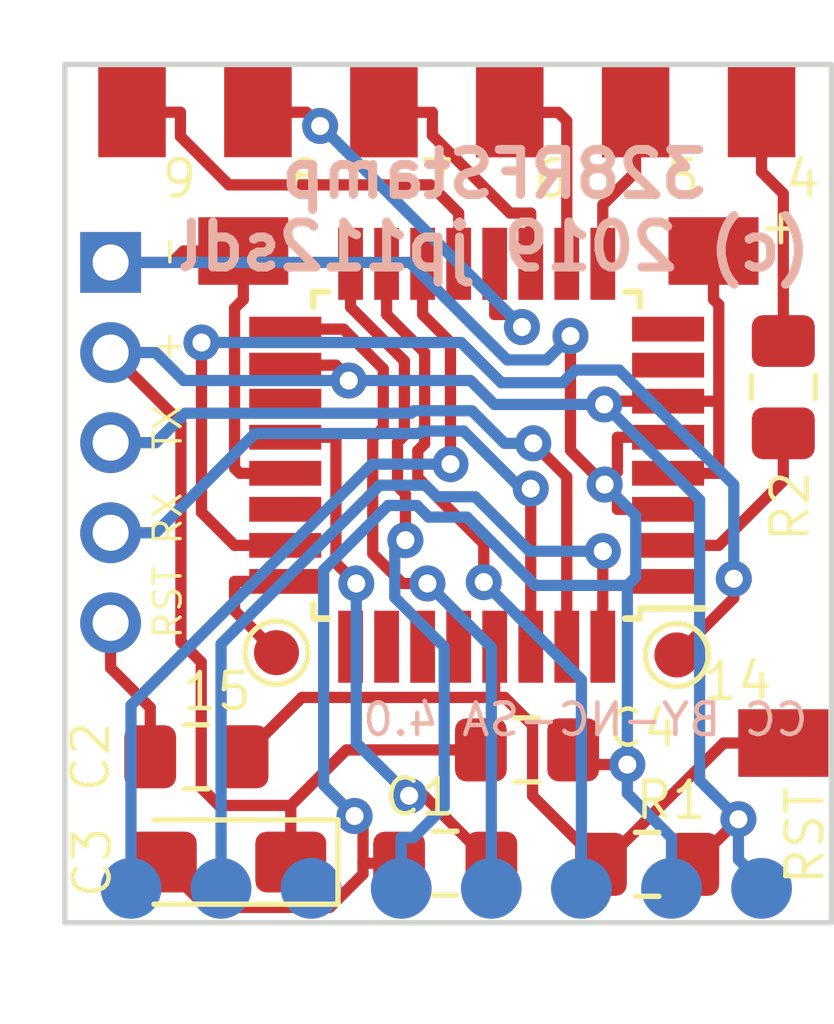
<source format=kicad_pcb>
(kicad_pcb (version 20211014) (generator pcbnew)
  (layers (0 "F.Cu" signal) (31 "B.Cu" signal) (34 "B.Paste" user) (35 "F.Paste" user) (36 "B.SilkS" user "B.Silkscreen") (37 "F.SilkS" user "F.Silkscreen") (38 "B.Mask" user) (39 "F.Mask" user) (44 "Edge.Cuts" user))
  (net 0 "")
  (net 1 "Net-(C1-Pad1)")
  (net 2 "GND")
  (net 3 "Net-(C2-Pad1)")
  (net 4 "Net-(C2-Pad2)")
  (net 5 "/CS")
  (net 6 "/GDO0")
  (net 7 "Net-(IC1-Pad6)")
  (net 8 "/MISO")
  (net 9 "/SCK")
  (net 10 "/MOSI")
  (net 11 "+3V3")
  (net 12 "Net-(J1-Pad1)")
  (net 13 "Net-(J2-Pad1)")
  (net 14 "Net-(J3-Pad1)")
  (net 15 "Net-(J4-Pad1)")
  (net 16 "Net-(J5-Pad1)")
  (net 17 "Net-(J6-Pad1)")
  (net 18 "/RX")
  (net 19 "/TX")
  (net 20 "Net-(R2-Pad2)")
  (net 21 "Net-(U1-Pad28)")
  (net 22 "Net-(U1-Pad27)")
  (net 23 "Net-(U1-Pad22)")
  (net 24 "Net-(U1-Pad19)")
  (net 25 "Net-(U1-Pad8)")
  (net 26 "Net-(U1-Pad7)")
  (net 27 "Net-(U1-Pad1)")
  (net 28 "Net-(J11-Pad1)")
  (net 29 "Net-(J13-Pad1)")
  (net 30 "Net-(U1-Pad26)")
  (net 31 "Net-(U1-Pad25)")
  (footprint "TestPoint:TestPoint_Pad_D1.5mm" (layer "F.Cu") (at 50.7746 45.7708)
    (fp_text reference "J1" hide)
    (fp_text value "5" (at 1.0414 1.2192) (layer "F.SilkS") (effects (font (size 0.8 0.8) (thickness 0.1))))
    (pad "1" smd rect locked (at -0.00254 -0.25908) (size 1.5 2) (layers "F.Cu" "F.Mask") (net 12 "Net-(J1-Pad1)"))
  )
  (footprint "TestPoint:TestPoint_Pad_D1.5mm" (layer "F.Cu") (at 45.1866 45.7708)
    (fp_text reference "J2" hide)
    (fp_text value "7" (at 1.1684 1.2192) (layer "F.SilkS") (effects (font (size 0.8 0.8) (thickness 0.1))))
    (pad "1" smd rect locked (at -0.00254 -0.25908) (size 1.5 2) (layers "F.Cu" "F.Mask") (net 13 "Net-(J2-Pad1)"))
  )
  (footprint "TestPoint:TestPoint_Pad_D1.5mm" (layer "F.Cu") (at 42.3926 45.7708)
    (fp_text reference "J3" hide)
    (fp_text value "8" (at 1.0414 1.2192) (layer "F.SilkS") (effects (font (size 0.8 0.8) (thickness 0.1))))
    (pad "1" smd rect locked (at -0.00508 -0.26162) (size 1.5 2) (layers "F.Cu" "F.Mask") (net 14 "Net-(J3-Pad1)"))
  )
  (footprint "TestPoint:TestPoint_Pad_D1.5mm" (layer "F.Cu") (at 47.9806 45.7708)
    (fp_text reference "J6" hide)
    (fp_text value "6" (at 0.9144 1.2192) (layer "F.SilkS") (effects (font (size 0.8 0.8) (thickness 0.1))))
    (pad "1" smd rect locked (at -0.00254 -0.25908) (size 1.5 2) (layers "F.Cu" "F.Mask") (net 17 "Net-(J6-Pad1)"))
  )
  (footprint "TestPoint:TestPoint_Pad_D1.5mm" (layer "F.Cu") (at 53.848 59.182)
    (fp_text reference "J10" hide)
    (fp_text value "RST" (at 0.6858 2.3876 90) (layer "F.SilkS") (effects (font (size 0.8 0.8) (thickness 0.1))))
    (pad "1" smd rect locked (at 0.2032 0.3302 90) (size 1.5 2) (layers "F.Cu" "F.Mask") (net 3 "Net-(C2-Pad1)"))
  )
  (footprint "Package_QFP:TQFP-32_7x7mm_P0.8mm" (layer "F.Cu") (at 47.244 53.1241 180)
    (fp_text reference "U1" hide)
    (fp_text value "ATmega328P-AU")
    (fp_line (start -3.625 3.625) (end -3.625 3.3) (layer "F.SilkS") (width 0.15))
    (fp_line (start -3.625 -3.4) (end -5.05 -3.4) (layer "F.SilkS") (width 0.15))
    (fp_line (start -3.625 -3.625) (end -3.3 -3.625) (layer "F.SilkS") (width 0.15))
    (fp_line (start 3.625 -3.625) (end 3.3 -3.625) (layer "F.SilkS") (width 0.15))
    (fp_line (start 3.625 -3.625) (end 3.625 -3.3) (layer "F.SilkS") (width 0.15))
    (fp_line (start -3.625 -3.625) (end -3.625 -3.4) (layer "F.SilkS") (width 0.15))
    (fp_line (start 3.625 3.625) (end 3.3 3.625) (layer "F.SilkS") (width 0.15))
    (fp_line (start 3.625 3.625) (end 3.625 3.3) (layer "F.SilkS") (width 0.15))
    (fp_line (start -3.625 3.625) (end -3.3 3.625) (layer "F.SilkS") (width 0.15))
    (pad "1" smd rect locked (at -4.25 -2.8 180) (size 1.6 0.55) (layers "F.Cu" "F.Paste" "F.Mask") (net 27 "Net-(U1-Pad1)"))
    (pad "2" smd rect locked (at -4.25 -2 180) (size 1.6 0.55) (layers "F.Cu" "F.Paste" "F.Mask") (net 20 "Net-(R2-Pad2)"))
    (pad "3" smd rect locked (at -4.25 -1.2 180) (size 1.6 0.55) (layers "F.Cu" "F.Paste" "F.Mask") (net 2 "GND"))
    (pad "4" smd rect locked (at -4.25 -0.4 180) (size 1.6 0.55) (layers "F.Cu" "F.Paste" "F.Mask") (net 11 "+3V3"))
    (pad "5" smd rect locked (at -4.25 0.4 180) (size 1.6 0.55) (layers "F.Cu" "F.Paste" "F.Mask") (net 2 "GND"))
    (pad "6" smd rect locked (at -4.25 1.2 180) (size 1.6 0.55) (layers "F.Cu" "F.Paste" "F.Mask") (net 11 "+3V3"))
    (pad "7" smd rect locked (at -4.25 2 180) (size 1.6 0.55) (layers "F.Cu" "F.Paste" "F.Mask") (net 26 "Net-(U1-Pad7)"))
    (pad "8" smd rect locked (at -4.25 2.8 180) (size 1.6 0.55) (layers "F.Cu" "F.Paste" "F.Mask") (net 25 "Net-(U1-Pad8)"))
    (pad "9" smd rect locked (at -2.8 4.25 270) (size 1.6 0.55) (layers "F.Cu" "F.Paste" "F.Mask") (net 12 "Net-(J1-Pad1)"))
    (pad "10" smd rect locked (at -2 4.25 270) (size 1.6 0.55) (layers "F.Cu" "F.Paste" "F.Mask") (net 17 "Net-(J6-Pad1)"))
    (pad "11" smd rect locked (at -1.2 4.25 270) (size 1.6 0.55) (layers "F.Cu" "F.Paste" "F.Mask") (net 13 "Net-(J2-Pad1)"))
    (pad "12" smd rect locked (at -0.4 4.25 270) (size 1.6 0.55) (layers "F.Cu" "F.Paste" "F.Mask") (net 14 "Net-(J3-Pad1)"))
    (pad "13" smd rect locked (at 0.4 4.25 270) (size 1.6 0.55) (layers "F.Cu" "F.Paste" "F.Mask") (net 15 "Net-(J4-Pad1)"))
    (pad "14" smd rect locked (at 1.2 4.25 270) (size 1.6 0.55) (layers "F.Cu" "F.Paste" "F.Mask") (net 5 "/CS"))
    (pad "15" smd rect locked (at 2 4.25 270) (size 1.6 0.55) (layers "F.Cu" "F.Paste" "F.Mask") (net 10 "/MOSI"))
    (pad "16" smd rect locked (at 2.8 4.25 270) (size 1.6 0.55) (layers "F.Cu" "F.Paste" "F.Mask") (net 8 "/MISO"))
    (pad "17" smd rect locked (at 4.25 2.8 180) (size 1.6 0.55) (layers "F.Cu" "F.Paste" "F.Mask") (net 9 "/SCK"))
    (pad "18" smd rect locked (at 4.25 2 180) (size 1.6 0.55) (layers "F.Cu" "F.Paste" "F.Mask") (net 11 "+3V3"))
    (pad "19" smd rect locked (at 4.25 1.2 180) (size 1.6 0.55) (layers "F.Cu" "F.Paste" "F.Mask") (net 24 "Net-(U1-Pad19)"))
    (pad "20" smd rect locked (at 4.25 0.4 180) (size 1.6 0.55) (layers "F.Cu" "F.Paste" "F.Mask") (net 1 "Net-(C1-Pad1)"))
    (pad "21" smd rect locked (at 4.25 -0.4 180) (size 1.6 0.55) (layers "F.Cu" "F.Paste" "F.Mask") (net 2 "GND"))
    (pad "22" smd rect locked (at 4.25 -1.2 180) (size 1.6 0.55) (layers "F.Cu" "F.Paste" "F.Mask") (net 23 "Net-(U1-Pad22)"))
    (pad "23" smd rect locked (at 4.25 -2 180) (size 1.6 0.55) (layers "F.Cu" "F.Paste" "F.Mask") (net 28 "Net-(J11-Pad1)"))
    (pad "24" smd rect locked (at 4.25 -2.8 180) (size 1.6 0.55) (layers "F.Cu" "F.Paste" "F.Mask") (net 29 "Net-(J13-Pad1)"))
    (pad "25" smd rect locked (at 2.8 -4.25 270) (size 1.6 0.55) (layers "F.Cu" "F.Paste" "F.Mask") (net 31 "Net-(U1-Pad25)"))
    (pad "26" smd rect locked (at 2 -4.25 270) (size 1.6 0.55) (layers "F.Cu" "F.Paste" "F.Mask") (net 30 "Net-(U1-Pad26)"))
    (pad "27" smd rect locked (at 1.2 -4.25 270) (size 1.6 0.55) (layers "F.Cu" "F.Paste" "F.Mask") (net 22 "Net-(U1-Pad27)"))
    (pad "28" smd rect locked (at 0.4 -4.25 270) (size 1.6 0.55) (layers "F.Cu" "F.Paste" "F.Mask") (net 21 "Net-(U1-Pad28)"))
    (pad "29" smd rect locked (at -0.4 -4.25 270) (size 1.6 0.55) (layers "F.Cu" "F.Paste" "F.Mask") (net 3 "Net-(C2-Pad1)"))
    (pad "30" smd rect locked (at -1.2 -4.25 270) (size 1.6 0.55) (layers "F.Cu" "F.Paste" "F.Mask") (net 18 "/RX"))
    (pad "31" smd rect locked (at -2 -4.25 270) (size 1.6 0.55) (layers "F.Cu" "F.Paste" "F.Mask") (net 19 "/TX"))
    (pad "32" smd rect locked (at -2.8 -4.25 270) (size 1.6 0.55) (layers "F.Cu" "F.Paste" "F.Mask") (net 6 "/GDO0"))
  )
  (footprint "Connector_PinHeader_2.00mm:PinHeader_1x05_P2.00mm_Vertical" (layer "F.Cu") (at 39.116 48.8442)
    (fp_text reference "J7" hide)
    (fp_text value "FTDI" hide)
    (pad "1" thru_hole rect locked (at 0 0) (size 1.35 1.35) (drill 0.8) (layers *.Cu *.Mask) (net 2 "GND"))
    (pad "2" thru_hole oval locked (at 0 2) (size 1.35 1.35) (drill 0.8) (layers *.Cu *.Mask) (net 11 "+3V3"))
    (pad "3" thru_hole oval locked (at 0 4) (size 1.35 1.35) (drill 0.8) (layers *.Cu *.Mask) (net 19 "/TX"))
    (pad "4" thru_hole oval locked (at 0 6) (size 1.35 1.35) (drill 0.8) (layers *.Cu *.Mask) (net 18 "/RX"))
    (pad "5" thru_hole oval locked (at 0 8) (size 1.35 1.35) (drill 0.8) (layers *.Cu *.Mask) (net 4 "Net-(C2-Pad2)"))
  )
  (footprint "TestPoint:TestPoint_Pad_D1.5mm" (layer "F.Cu") (at 39.5986 45.5168)
    (fp_text reference "J4" hide)
    (fp_text value "9" (at 1.0414 1.4732) (layer "F.SilkS") (effects (font (size 0.8 0.8) (thickness 0.1))))
    (pad "1" smd rect locked (at -0.00762 -0.00762) (size 1.5 2) (layers "F.Cu" "F.Mask") (net 15 "Net-(J4-Pad1)"))
  )
  (footprint "Resistor_SMD:R_0805_2012Metric_Pad1.15x1.40mm_HandSolder" (layer "F.Cu") (at 51.0286 62.2046 180)
    (fp_text reference "R1" (at -0.5334 1.4224) (layer "F.SilkS") (effects (font (size 0.8 0.8) (thickness 0.1))))
    (fp_text value "10k")
    (fp_line (start -0.261252 0.71) (end 0.261252 0.71) (layer "F.SilkS") (width 0.12))
    (fp_line (start -0.261252 -0.71) (end 0.261252 -0.71) (layer "F.SilkS") (width 0.12))
    (pad "1" smd roundrect locked (at -1.025 0 180) (size 1.15 1.4) (layers "F.Cu" "F.Paste" "F.Mask") (roundrect_rratio 0.217391) (net 11 "+3V3"))
    (pad "2" smd roundrect locked (at 1.025 0 180) (size 1.15 1.4) (layers "F.Cu" "F.Paste" "F.Mask") (roundrect_rratio 0.217391) (net 3 "Net-(C2-Pad1)"))
  )
  (footprint "Resistor_SMD:R_0805_2012Metric_Pad1.15x1.40mm_HandSolder" (layer "F.Cu") (at 54.0512 51.6128 -90)
    (fp_text reference "R2" (at 2.6416 -0.1524 90) (layer "F.SilkS") (effects (font (size 0.8 0.8) (thickness 0.1))))
    (fp_text value "330")
    (fp_line (start -0.261252 -0.71) (end 0.261252 -0.71) (layer "F.SilkS") (width 0.12))
    (fp_line (start -0.261252 0.71) (end 0.261252 0.71) (layer "F.SilkS") (width 0.12))
    (pad "1" smd roundrect locked (at -1.025 0 270) (size 1.15 1.4) (layers "F.Cu" "F.Paste" "F.Mask") (roundrect_rratio 0.217391) (net 16 "Net-(J5-Pad1)"))
    (pad "2" smd roundrect locked (at 1.025 0 270) (size 1.15 1.4) (layers "F.Cu" "F.Paste" "F.Mask") (roundrect_rratio 0.217391) (net 20 "Net-(R2-Pad2)"))
  )
  (footprint "TestPoint:TestPoint_Pad_D1.5mm" (layer "F.Cu") (at 42.0624 48.5902)
    (fp_text reference "J9" hide)
    (fp_text value "-" hide)
    (pad "1" smd rect locked (at 0 0) (size 2 1.5) (layers "F.Cu" "F.Mask") (net 2 "GND"))
  )
  (footprint "TestPoint:TestPoint_Pad_D1.0mm" (layer "F.Cu") (at 51.689 57.5564)
    (fp_text reference "J11" hide)
    (fp_text value "14" (at 1.3462 0.5842) (layer "F.SilkS") (effects (font (size 0.8 0.8) (thickness 0.1))))
    (fp_circle (center 0 0) (end 0 0.7) (layer "F.SilkS") (width 0.12) (fill none))
    (pad "1" smd circle locked (at 0 0) (size 1 1) (layers "F.Cu" "F.Mask") (net 28 "Net-(J11-Pad1)"))
  )
  (footprint "Capacitor_SMD:C_0805_2012Metric_Pad1.15x1.40mm_HandSolder" (layer "F.Cu") (at 48.3616 59.6646)
    (fp_text reference "C4" (at 2.5654 -0.4826) (layer "F.SilkS") (effects (font (size 0.8 0.8) (thickness 0.1))))
    (fp_text value "100n")
    (fp_line (start -0.261252 0.71) (end 0.261252 0.71) (layer "F.SilkS") (width 0.12))
    (fp_line (start -0.261252 -0.71) (end 0.261252 -0.71) (layer "F.SilkS") (width 0.12))
    (pad "1" smd roundrect locked (at -1.025 0) (size 1.15 1.4) (layers "F.Cu" "F.Paste" "F.Mask") (roundrect_rratio 0.217391) (net 11 "+3V3"))
    (pad "2" smd roundrect locked (at 1.025 0) (size 1.15 1.4) (layers "F.Cu" "F.Paste" "F.Mask") (roundrect_rratio 0.217391) (net 2 "GND"))
  )
  (footprint "Capacitor_SMD:C_0805_2012Metric_Pad1.15x1.40mm_HandSolder" (layer "F.Cu") (at 41.021 59.817 180)
    (fp_text reference "C2" (at 2.3495 0 90) (layer "F.SilkS") (effects (font (size 0.8 0.8) (thickness 0.1))))
    (fp_text value "100n")
    (fp_line (start -0.261252 -0.71) (end 0.261252 -0.71) (layer "F.SilkS") (width 0.12))
    (fp_line (start -0.261252 0.71) (end 0.261252 0.71) (layer "F.SilkS") (width 0.12))
    (pad "1" smd roundrect locked (at -1.025 0 180) (size 1.15 1.4) (layers "F.Cu" "F.Paste" "F.Mask") (roundrect_rratio 0.217391) (net 3 "Net-(C2-Pad1)"))
    (pad "2" smd roundrect locked (at 1.025 0 180) (size 1.15 1.4) (layers "F.Cu" "F.Paste" "F.Mask") (roundrect_rratio 0.217391) (net 4 "Net-(C2-Pad2)"))
  )
  (footprint "Capacitor_Tantalum_SMD:CP_EIA-3216-18_Kemet-A_Pad1.58x1.35mm_HandSolder" (layer "F.Cu") (at 41.679 62.1538 180)
    (fp_text reference "C3" (at 2.9718 -0.0127 90) (layer "F.SilkS") (effects (font (size 0.8 0.8) (thickness 0.1))))
    (fp_text value "22µ")
    (fp_line (start -2.485 0.935) (end 1.6 0.935) (layer "F.SilkS") (width 0.12))
    (fp_line (start 1.6 -0.935) (end -2.485 -0.935) (layer "F.SilkS") (width 0.12))
    (fp_line (start -2.485 -0.935) (end -2.485 0.935) (layer "F.SilkS") (width 0.12))
    (pad "1" smd roundrect locked (at -1.4375 0 180) (size 1.575 1.35) (layers "F.Cu" "F.Paste" "F.Mask") (roundrect_rratio 0.185185) (net 11 "+3V3"))
    (pad "2" smd roundrect locked (at 1.4375 0 180) (size 1.575 1.35) (layers "F.Cu" "F.Paste" "F.Mask") (roundrect_rratio 0.185185) (net 2 "GND"))
  )
  (footprint "TestPoint:TestPoint_Pad_D1.5mm" (layer "F.Cu") (at 53.5686 45.7708)
    (fp_text reference "J5" hide)
    (fp_text value "4" (at 0.9144 1.2192) (layer "F.SilkS") (effects (font (size 0.8 0.8) (thickness 0.1))))
    (pad "1" smd rect locked (at 0 -0.26162) (size 1.5 2) (layers "F.Cu" "F.Mask") (net 16 "Net-(J5-Pad1)"))
  )
  (footprint "TestPoint:TestPoint_Pad_D1.5mm" (layer "F.Cu") (at 52.512 48.5902)
    (fp_text reference "J8" hide)
    (fp_text value "+" (at 1.48844 -0.5588) (layer "F.SilkS") (effects (font (size 0.8 0.8) (thickness 0.1))))
    (pad "1" smd rect locked (at -0.01016 0) (size 2 1.5) (layers "F.Cu" "F.Mask") (net 11 "+3V3"))
  )
  (footprint "Capacitor_SMD:C_0805_2012Metric_Pad1.15x1.40mm_HandSolder" (layer "F.Cu") (at 46.5455 62.1792 180)
    (fp_text reference "C1" (at 0.5715 1.4732) (layer "F.SilkS") (effects (font (size 0.8 0.8) (thickness 0.1))))
    (fp_text value "100n")
    (fp_line (start -0.261252 -0.71) (end 0.261252 -0.71) (layer "F.SilkS") (width 0.12))
    (fp_line (start -0.261252 0.71) (end 0.261252 0.71) (layer "F.SilkS") (width 0.12))
    (pad "1" smd roundrect locked (at -1.025 0 180) (size 1.15 1.4) (layers "F.Cu" "F.Paste" "F.Mask") (roundrect_rratio 0.217391) (net 1 "Net-(C1-Pad1)"))
    (pad "2" smd roundrect locked (at 1.025 0 180) (size 1.15 1.4) (layers "F.Cu" "F.Paste" "F.Mask") (roundrect_rratio 0.217391) (net 2 "GND"))
  )
  (footprint "TestPoint:TestPoint_Pad_D1.0mm" (layer "F.Cu") (at 42.799 57.5056)
    (fp_text reference "J13" hide)
    (fp_text value "15" (at -1.3208 0.8636) (layer "F.SilkS") (effects (font (size 0.8 0.8) (thickness 0.1))))
    (fp_circle (center 0 0) (end 0 0.7) (layer "F.SilkS") (width 0.12) (fill none))
    (pad "1" smd circle locked (at 0 0) (size 1 1) (layers "F.Cu" "F.Mask") (net 29 "Net-(J13-Pad1)"))
  )
  (footprint "Connector_PinHeader_2.00mm:PinHeader_1x08_P2.00mm_Vertical" (layer "B.Cu") (at 53.5686 62.738 90)
    (fp_text reference "IC1" hide)
    (fp_text value "CC1101")
    (pad "1" smd circle locked (at 0 0 90) (size 1.35 1.35) (layers "B.Cu" "B.Paste" "B.Mask") (net 11 "+3V3"))
    (pad "2" smd oval locked (at 0 -2 90) (size 1.35 1.35) (layers "B.Cu" "B.Paste" "B.Mask") (net 2 "GND"))
    (pad "3" smd oval locked (at 0 -4 90) (size 1.35 1.35) (layers "B.Cu" "B.Paste" "B.Mask") (net 10 "/MOSI"))
    (pad "4" smd oval locked (at 0 -6 90) (size 1.35 1.35) (layers "B.Cu" "B.Paste" "B.Mask") (net 9 "/SCK"))
    (pad "5" smd oval locked (at 0 -8 90) (size 1.35 1.35) (layers "B.Cu" "B.Paste" "B.Mask") (net 8 "/MISO"))
    (pad "6" smd oval locked (at 0 -10 90) (size 1.35 1.35) (layers "B.Cu" "B.Paste" "B.Mask") (net 7 "Net-(IC1-Pad6)"))
    (pad "7" smd oval locked (at 0 -12 90) (size 1.35 1.35) (layers "B.Cu" "B.Paste" "B.Mask") (net 6 "/GDO0"))
    (pad "8" smd oval locked (at 0 -14 90) (size 1.35 1.35) (layers "B.Cu" "B.Paste" "B.Mask") (net 5 "/CS"))
  )
  (gr_line (start 38.1 63.5) (end 38.1 44.45) (layer "Edge.Cuts") (width 0.12))
  (gr_line (start 55.118 63.5) (end 38.1 63.5) (layer "Edge.Cuts") (width 0.12))
  (gr_line (start 55.118 44.45) (end 55.118 63.5) (layer "Edge.Cuts") (width 0.12))
  (gr_line (start 38.1 44.45) (end 55.118 44.45) (layer "Edge.Cuts") (width 0.12))
  (gr_text "CC BY-NC-SA 4.0" (at 49.657 58.9915) (layer "B.SilkS") (effects (font (size 0.7 0.7) (thickness 0.1)) (justify mirror)))
  (gr_text "328RFStamp\n(c) 2019 jp112sdl" (at 47.625 47.6885) (layer "B.SilkS") (effects (font (size 1 1) (thickness 0.2)) (justify mirror)))
  (gr_text "RST RX  TX  +   -" (at 40.386 57.2516 90) (layer "F.SilkS") (effects (font (size 0.6 0.6) (thickness 0.075)) (justify left)))
  (segment (start 46.0728 60.6815) (end 47.5705 62.1792) (width 0.25) (layer "F.Cu") (net 1))
  (segment (start 42.994 52.7241) (end 44.1193 52.7241) (width 0.25) (layer "F.Cu") (net 1))
  (segment (start 44.1193 52.7241) (end 44.1193 55.5188) (width 0.25) (layer "F.Cu") (net 1))
  (segment (start 44.1193 55.5188) (end 44.5711 55.9706) (width 0.25) (layer "F.Cu") (net 1))
  (segment (start 45.7436 60.6815) (end 46.0728 60.6815) (width 0.25) (layer "F.Cu") (net 1))
  (via (at 44.5711 55.9706) (size 0.8) (drill 0.4) (layers "F.Cu" "B.Cu") (net 1))
  (via (at 45.7436 60.6815) (size 0.8) (drill 0.4) (layers "F.Cu" "B.Cu") (net 1))
  (segment (start 44.5711 59.509) (end 44.5711 55.9706) (width 0.25) (layer "B.Cu") (net 1))
  (segment (start 45.7436 60.6815) (end 44.5711 59.509) (width 0.25) (layer "B.Cu") (net 1))
  (segment (start 49.7122 59.9902) (end 50.5886 59.9902) (width 0.25) (layer "F.Cu") (net 2))
  (segment (start 44.7204 62.1792) (end 44.7204 62.4214) (width 0.25) (layer "F.Cu") (net 2))
  (segment (start 50.3687 54.0587) (end 50.0845 53.7745) (width 0.25) (layer "F.Cu") (net 2))
  (segment (start 44.7204 62.4214) (end 43.982 63.1598) (width 0.25) (layer "F.Cu") (net 2))
  (segment (start 50.0845 53.7745) (end 49.3264 53.0164) (width 0.25) (layer "F.Cu") (net 2))
  (segment (start 42.0624 48.5902) (end 42.0624 49.6655) (width 0.25) (layer "F.Cu") (net 2))
  (segment (start 49.3264 53.0164) (end 49.3264 50.4773) (width 0.25) (layer "F.Cu") (net 2))
  (segment (start 43.982 63.1598) (end 41.2475 63.1598) (width 0.25) (layer "F.Cu") (net 2))
  (segment (start 41.8687 53.4115) (end 41.8687 49.8592) (width 0.25) (layer "F.Cu") (net 2))
  (segment (start 45.5205 62.1792) (end 44.7204 62.1792) (width 0.25) (layer "F.Cu") (net 2))
  (segment (start 50.3687 52.7241) (end 50.3687 53.4903) (width 0.25) (layer "F.Cu") (net 2))
  (segment (start 40.4831 48.8442) (end 40.7371 48.5902) (width 0.25) (layer "F.Cu") (net 2))
  (segment (start 42.994 53.5241) (end 41.9813 53.5241) (width 0.25) (layer "F.Cu") (net 2))
  (segment (start 39.116 48.8442) (end 40.4831 48.8442) (width 0.25) (layer "F.Cu") (net 2))
  (segment (start 51.494 54.3241) (end 50.3687 54.3241) (width 0.25) (layer "F.Cu") (net 2))
  (segment (start 41.2475 63.1598) (end 40.2415 62.1538) (width 0.25) (layer "F.Cu") (net 2))
  (segment (start 41.9813 53.5241) (end 41.8687 53.4115) (width 0.25) (layer "F.Cu") (net 2))
  (segment (start 44.7204 61.3191) (end 44.7204 62.1792) (width 0.25) (layer "F.Cu") (net 2))
  (segment (start 49.3866 59.6646) (end 49.7122 59.9902) (width 0.25) (layer "F.Cu") (net 2))
  (segment (start 50.3687 53.4903) (end 50.0845 53.7745) (width 0.25) (layer "F.Cu") (net 2))
  (segment (start 44.5329 61.1316) (end 44.7204 61.3191) (width 0.25) (layer "F.Cu") (net 2))
  (segment (start 51.494 52.7241) (end 50.3687 52.7241) (width 0.25) (layer "F.Cu") (net 2))
  (segment (start 41.8687 49.8592) (end 42.0624 49.6655) (width 0.25) (layer "F.Cu") (net 2))
  (segment (start 50.3687 54.3241) (end 50.3687 54.0587) (width 0.25) (layer "F.Cu") (net 2))
  (segment (start 42.0624 48.5902) (end 40.7371 48.5902) (width 0.25) (layer "F.Cu") (net 2))
  (via (at 44.5329 61.1316) (size 0.8) (drill 0.4) (layers "F.Cu" "B.Cu") (net 2))
  (via (at 49.3264 50.4773) (size 0.8) (drill 0.4) (layers "F.Cu" "B.Cu") (net 2))
  (via (at 50.5886 59.9902) (size 0.8) (drill 0.4) (layers "F.Cu" "B.Cu") (net 2))
  (via (at 50.0845 53.7745) (size 0.8) (drill 0.4) (layers "F.Cu" "B.Cu") (net 2))
  (segment (start 50.0845 53.7745) (end 50.7748 54.4648) (width 0.25) (layer "B.Cu") (net 2))
  (segment (start 51.5686 61.6107) (end 50.5886 60.6307) (width 0.25) (layer "B.Cu") (net 2))
  (segment (start 50.7748 54.4648) (end 50.7748 55.8266) (width 0.25) (layer "B.Cu") (net 2))
  (segment (start 45.9164 54.2383) (end 45.2777 54.2383) (width 0.25) (layer "B.Cu") (net 2))
  (segment (start 39.116 48.8442) (end 45.7584 48.8442) (width 0.25) (layer "B.Cu") (net 2))
  (segment (start 47.0251 54.4968) (end 46.1749 54.4968) (width 0.25) (layer "B.Cu") (net 2))
  (segment (start 46.1749 54.4968) (end 45.9164 54.2383) (width 0.25) (layer "B.Cu") (net 2))
  (segment (start 45.7584 48.8442) (end 47.9218 51.0076) (width 0.25) (layer "B.Cu") (net 2))
  (segment (start 45.2777 54.2383) (end 43.8458 55.6702) (width 0.25) (layer "B.Cu") (net 2))
  (segment (start 50.5886 56.0128) (end 48.5411 56.0128) (width 0.25) (layer "B.Cu") (net 2))
  (segment (start 48.5411 56.0128) (end 47.0251 54.4968) (width 0.25) (layer "B.Cu") (net 2))
  (segment (start 47.9218 51.0076) (end 48.7961 51.0076) (width 0.25) (layer "B.Cu") (net 2))
  (segment (start 50.5886 60.6307) (end 50.5886 59.9902) (width 0.25) (layer "B.Cu") (net 2))
  (segment (start 50.7748 55.8266) (end 50.5886 56.0128) (width 0.25) (layer "B.Cu") (net 2))
  (segment (start 43.8458 55.6702) (end 43.8458 60.4445) (width 0.25) (layer "B.Cu") (net 2))
  (segment (start 51.5686 62.611) (end 51.5686 61.6107) (width 0.25) (layer "B.Cu") (net 2))
  (segment (start 43.8458 60.4445) (end 44.5329 61.1316) (width 0.25) (layer "B.Cu") (net 2))
  (segment (start 48.7961 51.0076) (end 49.3264 50.4773) (width 0.25) (layer "B.Cu") (net 2))
  (segment (start 50.5886 59.9902) (end 50.5886 56.0128) (width 0.25) (layer "B.Cu") (net 2))
  (segment (start 50.0335 62.2046) (end 50.0036 62.2046) (width 0.25) (layer "F.Cu") (net 3))
  (segment (start 54.0512 59.5122) (end 52.7259 59.5122) (width 0.25) (layer "F.Cu") (net 3))
  (segment (start 48.4852 60.6862) (end 48.4852 59.1168) (width 0.25) (layer "F.Cu") (net 3))
  (segment (start 47.644 58.4994) (end 43.3636 58.4994) (width 0.25) (layer "F.Cu") (net 3))
  (segment (start 48.4852 59.1168) (end 47.8678 58.4994) (width 0.25) (layer "F.Cu") (net 3))
  (segment (start 52.7259 59.5122) (end 50.0335 62.2046) (width 0.25) (layer "F.Cu") (net 3))
  (segment (start 50.0036 62.2046) (end 48.4852 60.6862) (width 0.25) (layer "F.Cu") (net 3))
  (segment (start 47.8678 58.4994) (end 47.644 58.4994) (width 0.25) (layer "F.Cu") (net 3))
  (segment (start 43.3636 58.4994) (end 42.046 59.817) (width 0.25) (layer "F.Cu") (net 3))
  (segment (start 47.644 57.3741) (end 47.644 58.4994) (width 0.25) (layer "F.Cu") (net 3))
  (segment (start 39.116 56.8442) (end 39.116 57.8445) (width 0.25) (layer "F.Cu") (net 4))
  (segment (start 39.996 58.7245) (end 39.996 59.817) (width 0.25) (layer "F.Cu") (net 4))
  (segment (start 39.116 57.8445) (end 39.996 58.7245) (width 0.25) (layer "F.Cu") (net 4))
  (segment (start 46.6619 50.6173) (end 46.6619 53.3212) (width 0.25) (layer "F.Cu") (net 5))
  (segment (start 46.044 48.8741) (end 46.044 49.9994) (width 0.25) (layer "F.Cu") (net 5))
  (segment (start 46.044 49.9994) (end 46.6619 50.6173) (width 0.25) (layer "F.Cu") (net 5))
  (via (at 46.6619 53.3212) (size 0.8) (drill 0.4) (layers "F.Cu" "B.Cu") (net 5))
  (segment (start 39.5686 62.611) (end 39.5686 58.6736) (width 0.25) (layer "B.Cu") (net 5))
  (segment (start 44.921 53.3212) (end 46.6619 53.3212) (width 0.25) (layer "B.Cu") (net 5))
  (segment (start 39.5686 58.6736) (end 44.921 53.3212) (width 0.25) (layer "B.Cu") (net 5))
  (segment (start 50.044 57.3741) (end 50.044 55.2545) (width 0.25) (layer "F.Cu") (net 6))
  (via (at 50.044 55.2545) (size 0.8) (drill 0.4) (layers "F.Cu" "B.Cu") (net 6))
  (segment (start 45.0911 53.788) (end 46.103 53.788) (width 0.25) (layer "B.Cu") (net 6))
  (segment (start 48.4197 55.2545) (end 50.044 55.2545) (width 0.25) (layer "B.Cu") (net 6))
  (segment (start 41.5686 57.3105) (end 45.0911 53.788) (width 0.25) (layer "B.Cu") (net 6))
  (segment (start 46.103 53.788) (end 46.3615 54.0465) (width 0.25) (layer "B.Cu") (net 6))
  (segment (start 41.5686 62.611) (end 41.5686 61.6107) (width 0.25) (layer "B.Cu") (net 6))
  (segment (start 47.2117 54.0465) (end 48.4197 55.2545) (width 0.25) (layer "B.Cu") (net 6))
  (segment (start 41.5686 61.6107) (end 41.5686 57.3105) (width 0.25) (layer "B.Cu") (net 6))
  (segment (start 46.3615 54.0465) (end 47.2117 54.0465) (width 0.25) (layer "B.Cu") (net 6))
  (segment (start 45.4863 53.8082) (end 45.6612 53.9831) (width 0.25) (layer "F.Cu") (net 8))
  (segment (start 44.444 49.8363) (end 45.6388 51.0311) (width 0.25) (layer "F.Cu") (net 8))
  (segment (start 45.4863 52.8342) (end 45.4863 53.8082) (width 0.25) (layer "F.Cu") (net 8))
  (segment (start 44.444 48.8741) (end 44.444 49.8363) (width 0.25) (layer "F.Cu") (net 8))
  (segment (start 45.6388 51.0311) (end 45.6388 52.6817) (width 0.25) (layer "F.Cu") (net 8))
  (segment (start 45.6612 53.9831) (end 45.6612 55.0091) (width 0.25) (layer "F.Cu") (net 8))
  (segment (start 45.6388 52.6817) (end 45.4863 52.8342) (width 0.25) (layer "F.Cu") (net 8))
  (via (at 45.6612 55.0091) (size 0.8) (drill 0.4) (layers "F.Cu" "B.Cu") (net 8))
  (segment (start 45.5686 61.6107) (end 45.8402 61.6107) (width 0.25) (layer "B.Cu") (net 8))
  (segment (start 45.8402 61.6107) (end 46.5224 60.9285) (width 0.25) (layer "B.Cu") (net 8))
  (segment (start 45.4249 55.2454) (end 45.6612 55.0091) (width 0.25) (layer "B.Cu") (net 8))
  (segment (start 46.5224 57.3772) (end 45.4249 56.2797) (width 0.25) (layer "B.Cu") (net 8))
  (segment (start 46.5224 60.9285) (end 46.5224 57.3772) (width 0.25) (layer "B.Cu") (net 8))
  (segment (start 45.4249 56.2797) (end 45.4249 55.2454) (width 0.25) (layer "B.Cu") (net 8))
  (segment (start 45.5686 62.611) (end 45.5686 61.6107) (width 0.25) (layer "B.Cu") (net 8))
  (segment (start 44.9359 52.7477) (end 44.9359 55.3095) (width 0.25) (layer "F.Cu") (net 9))
  (segment (start 45.1695 52.5141) (end 44.9359 52.7477) (width 0.25) (layer "F.Cu") (net 9))
  (segment (start 44.287 50.3241) (end 45.1695 51.2066) (width 0.25) (layer "F.Cu") (net 9))
  (segment (start 44.9359 55.3095) (end 45.5962 55.9698) (width 0.25) (layer "F.Cu") (net 9))
  (segment (start 42.994 50.3241) (end 44.1193 50.3241) (width 0.25) (layer "F.Cu") (net 9))
  (segment (start 45.1695 51.2066) (end 45.1695 52.5141) (width 0.25) (layer "F.Cu") (net 9))
  (segment (start 44.1193 50.3241) (end 44.287 50.3241) (width 0.25) (layer "F.Cu") (net 9))
  (segment (start 45.5962 55.9698) (end 46.1503 55.9698) (width 0.25) (layer "F.Cu") (net 9))
  (via (at 46.1503 55.9698) (size 0.8) (drill 0.4) (layers "F.Cu" "B.Cu") (net 9))
  (segment (start 47.5685 61.6107) (end 47.5686 61.6107) (width 0.25) (layer "B.Cu") (net 9))
  (segment (start 46.1503 55.9698) (end 47.5685 57.388) (width 0.25) (layer "B.Cu") (net 9))
  (segment (start 47.5686 62.611) (end 47.5686 61.6107) (width 0.25) (layer "B.Cu") (net 9))
  (segment (start 47.5685 57.388) (end 47.5685 61.6107) (width 0.25) (layer "B.Cu") (net 9))
  (segment (start 46.0892 50.8446) (end 46.0892 52.8682) (width 0.25) (layer "F.Cu") (net 10))
  (segment (start 45.9366 53.6216) (end 47.4009 55.0859) (width 0.25) (layer "F.Cu") (net 10))
  (segment (start 45.9366 53.0208) (end 45.9366 53.6216) (width 0.25) (layer "F.Cu") (net 10))
  (segment (start 45.244 48.8741) (end 45.244 49.9994) (width 0.25) (layer "F.Cu") (net 10))
  (segment (start 45.244 49.9994) (end 46.0892 50.8446) (width 0.25) (layer "F.Cu") (net 10))
  (segment (start 46.0892 52.8682) (end 45.9366 53.0208) (width 0.25) (layer "F.Cu") (net 10))
  (segment (start 47.4009 55.0859) (end 47.4009 55.9396) (width 0.25) (layer "F.Cu") (net 10))
  (via (at 47.4009 55.9396) (size 0.8) (drill 0.4) (layers "F.Cu" "B.Cu") (net 10))
  (segment (start 47.4009 55.9396) (end 49.5686 58.1073) (width 0.25) (layer "B.Cu") (net 10))
  (segment (start 49.5686 58.1073) (end 49.5686 61.6107) (width 0.25) (layer "B.Cu") (net 10))
  (segment (start 49.5686 62.611) (end 49.5686 61.6107) (width 0.25) (layer "B.Cu") (net 10))
  (segment (start 50.1464 51.9241) (end 50.0747 51.9958) (width 0.25) (layer "F.Cu") (net 11))
  (segment (start 41.5206 60.8975) (end 43.1165 60.8975) (width 0.25) (layer "F.Cu") (net 11))
  (segment (start 52.6193 53.5241) (end 52.6193 51.9241) (width 0.25) (layer "F.Cu") (net 11))
  (segment (start 41.1279 60.5048) (end 41.5206 60.8975) (width 0.25) (layer "F.Cu") (net 11))
  (segment (start 53.0555 61.2027) (end 52.0536 62.2046) (width 0.25) (layer "F.Cu") (net 11))
  (segment (start 44.3494 59.6646) (end 43.1165 60.8975) (width 0.25) (layer "F.Cu") (net 11))
  (segment (start 40.6777 52.4059) (end 40.6777 57.2648) (width 0.25) (layer "F.Cu") (net 11))
  (segment (start 41.1279 57.715) (end 41.1279 60.5048) (width 0.25) (layer "F.Cu") (net 11))
  (segment (start 51.494 53.5241) (end 52.6193 53.5241) (width 0.25) (layer "F.Cu") (net 11))
  (segment (start 44.4027 51.4075) (end 44.4027 51.4656) (width 0.25) (layer "F.Cu") (net 11))
  (segment (start 51.494 51.9241) (end 50.1464 51.9241) (width 0.25) (layer "F.Cu") (net 11))
  (segment (start 39.116 50.8442) (end 40.6777 52.4059) (width 0.25) (layer "F.Cu") (net 11))
  (segment (start 44.1193 51.1241) (end 44.4027 51.4075) (width 0.25) (layer "F.Cu") (net 11))
  (segment (start 43.1165 60.8975) (end 43.1165 62.1538) (width 0.25) (layer "F.Cu") (net 11))
  (segment (start 52.5018 48.5902) (end 52.5018 49.6655) (width 0.25) (layer "F.Cu") (net 11))
  (segment (start 52.5067 51.9241) (end 52.6193 51.9241) (width 0.25) (layer "F.Cu") (net 11))
  (segment (start 51.494 51.9241) (end 52.5067 51.9241) (width 0.25) (layer "F.Cu") (net 11))
  (segment (start 42.994 51.1241) (end 44.1193 51.1241) (width 0.25) (layer "F.Cu") (net 11))
  (segment (start 40.6777 57.2648) (end 41.1279 57.715) (width 0.25) (layer "F.Cu") (net 11))
  (segment (start 47.3366 59.6646) (end 44.3494 59.6646) (width 0.25) (layer "F.Cu") (net 11))
  (segment (start 52.6193 51.9241) (end 52.6193 49.783) (width 0.25) (layer "F.Cu") (net 11))
  (segment (start 52.6193 49.783) (end 52.5018 49.6655) (width 0.25) (layer "F.Cu") (net 11))
  (via (at 50.0747 51.9958) (size 0.8) (drill 0.4) (layers "F.Cu" "B.Cu") (net 11))
  (via (at 44.4027 51.4656) (size 0.8) (drill 0.4) (layers "F.Cu" "B.Cu") (net 11))
  (via (at 53.0555 61.2027) (size 0.8) (drill 0.4) (layers "F.Cu" "B.Cu") (net 11))
  (segment (start 47.106 51.4656) (end 47.6362 51.9958) (width 0.25) (layer "B.Cu") (net 11))
  (segment (start 52.1935 54.1146) (end 52.1935 60.3407) (width 0.25) (layer "B.Cu") (net 11))
  (segment (start 44.4027 51.4656) (end 40.7377 51.4656) (width 0.25) (layer "B.Cu") (net 11))
  (segment (start 50.0747 51.9958) (end 52.1935 54.1146) (width 0.25) (layer "B.Cu") (net 11))
  (segment (start 39.116 50.8442) (end 40.1163 50.8442) (width 0.25) (layer "B.Cu") (net 11))
  (segment (start 53.0555 61.2027) (end 53.0555 62.0979) (width 0.25) (layer "B.Cu") (net 11))
  (segment (start 40.7377 51.4656) (end 40.1163 50.8442) (width 0.25) (layer "B.Cu") (net 11))
  (segment (start 52.1935 60.3407) (end 53.0555 61.2027) (width 0.25) (layer "B.Cu") (net 11))
  (segment (start 47.6362 51.9958) (end 50.0747 51.9958) (width 0.25) (layer "B.Cu") (net 11))
  (segment (start 53.0555 62.0979) (end 53.5686 62.611) (width 0.25) (layer "B.Cu") (net 11))
  (segment (start 44.4027 51.4656) (end 47.106 51.4656) (width 0.25) (layer "B.Cu") (net 11))
  (segment (start 50.7721 45.5117) (end 50.7721 46.837) (width 0.25) (layer "F.Cu") (net 12))
  (segment (start 50.044 47.5651) (end 50.7721 46.837) (width 0.25) (layer "F.Cu") (net 12))
  (segment (start 50.044 48.8741) (end 50.044 47.5651) (width 0.25) (layer "F.Cu") (net 12))
  (segment (start 46.2594 46.0233) (end 46.2594 45.5117) (width 0.25) (layer "F.Cu") (net 13))
  (segment (start 48.444 48.8741) (end 48.444 47.7488) (width 0.25) (layer "F.Cu") (net 13))
  (segment (start 45.1841 45.5117) (end 46.2594 45.5117) (width 0.25) (layer "F.Cu") (net 13))
  (segment (start 48.444 47.7488) (end 47.9849 47.7488) (width 0.25) (layer "F.Cu") (net 13))
  (segment (start 47.9849 47.7488) (end 46.2594 46.0233) (width 0.25) (layer "F.Cu") (net 13))
  (segment (start 43.4628 45.5092) (end 43.7678 45.8142) (width 0.25) (layer "F.Cu") (net 14))
  (segment (start 47.971 49.9994) (end 48.2499 50.2783) (width 0.25) (layer "F.Cu") (net 14))
  (segment (start 47.644 48.8741) (end 47.644 49.9994) (width 0.25) (layer "F.Cu") (net 14))
  (segment (start 42.3875 45.5092) (end 43.4628 45.5092) (width 0.25) (layer "F.Cu") (net 14))
  (segment (start 47.644 49.9994) (end 47.971 49.9994) (width 0.25) (layer "F.Cu") (net 14))
  (via (at 48.2499 50.2783) (size 0.8) (drill 0.4) (layers "F.Cu" "B.Cu") (net 14))
  (via (at 43.7678 45.8142) (size 0.8) (drill 0.4) (layers "F.Cu" "B.Cu") (net 14))
  (segment (start 43.7858 45.8142) (end 43.7678 45.8142) (width 0.25) (layer "B.Cu") (net 14))
  (segment (start 48.2499 50.2783) (end 43.7858 45.8142) (width 0.25) (layer "B.Cu") (net 14))
  (segment (start 39.591 45.5092) (end 40.6663 45.5092) (width 0.25) (layer "F.Cu") (net 15))
  (segment (start 41.742 47.1226) (end 40.6663 46.0469) (width 0.25) (layer "F.Cu") (net 15))
  (segment (start 46.844 48.8741) (end 46.844 47.7488) (width 0.25) (layer "F.Cu") (net 15))
  (segment (start 46.844 47.7488) (end 46.2178 47.1226) (width 0.25) (layer "F.Cu") (net 15))
  (segment (start 46.2178 47.1226) (end 41.742 47.1226) (width 0.25) (layer "F.Cu") (net 15))
  (segment (start 40.6663 46.0469) (end 40.6663 45.5092) (width 0.25) (layer "F.Cu") (net 15))
  (segment (start 53.5686 46.8345) (end 54.0512 47.3171) (width 0.25) (layer "F.Cu") (net 16))
  (segment (start 53.5686 45.5092) (end 53.5686 46.8345) (width 0.25) (layer "F.Cu") (net 16))
  (segment (start 54.0512 47.3171) (end 54.0512 50.5878) (width 0.25) (layer "F.Cu") (net 16))
  (segment (start 47.9781 45.5117) (end 49.0534 45.5117) (width 0.25) (layer "F.Cu") (net 17))
  (segment (start 49.244 48.8741) (end 49.244 45.7023) (width 0.25) (layer "F.Cu") (net 17))
  (segment (start 49.244 45.7023) (end 49.0534 45.5117) (width 0.25) (layer "F.Cu") (net 17))
  (segment (start 48.444 57.3741) (end 48.444 53.864) (width 0.25) (layer "F.Cu") (net 18))
  (via (at 48.444 53.864) (size 0.8) (drill 0.4) (layers "F.Cu" "B.Cu") (net 18))
  (segment (start 40.1163 54.8442) (end 42.3192 52.6413) (width 0.25) (layer "B.Cu") (net 18))
  (segment (start 46.9532 52.5866) (end 48.2306 53.864) (width 0.25) (layer "B.Cu") (net 18))
  (segment (start 45.9766 52.6413) (end 46.0313 52.5866) (width 0.25) (layer "B.Cu") (net 18))
  (segment (start 42.3192 52.6413) (end 45.9766 52.6413) (width 0.25) (layer "B.Cu") (net 18))
  (segment (start 48.2306 53.864) (end 48.444 53.864) (width 0.25) (layer "B.Cu") (net 18))
  (segment (start 39.116 54.8442) (end 40.1163 54.8442) (width 0.25) (layer "B.Cu") (net 18))
  (segment (start 46.0313 52.5866) (end 46.9532 52.5866) (width 0.25) (layer "B.Cu") (net 18))
  (segment (start 49.244 53.6032) (end 48.4995 52.8587) (width 0.25) (layer "F.Cu") (net 19))
  (segment (start 49.244 57.3741) (end 49.244 53.6032) (width 0.25) (layer "F.Cu") (net 19))
  (via (at 48.4995 52.8587) (size 0.8) (drill 0.4) (layers "F.Cu" "B.Cu") (net 19))
  (segment (start 40.1163 52.8442) (end 40.7695 52.191) (width 0.25) (layer "B.Cu") (net 19))
  (segment (start 47.8622 52.8587) (end 48.4995 52.8587) (width 0.25) (layer "B.Cu") (net 19))
  (segment (start 47.1398 52.1363) (end 47.8622 52.8587) (width 0.25) (layer "B.Cu") (net 19))
  (segment (start 45.8447 52.1363) (end 47.1398 52.1363) (width 0.25) (layer "B.Cu") (net 19))
  (segment (start 45.79 52.191) (end 45.8447 52.1363) (width 0.25) (layer "B.Cu") (net 19))
  (segment (start 40.7695 52.191) (end 45.79 52.191) (width 0.25) (layer "B.Cu") (net 19))
  (segment (start 39.116 52.8442) (end 40.1163 52.8442) (width 0.25) (layer "B.Cu") (net 19))
  (segment (start 54.0512 53.6922) (end 54.0512 52.6378) (width 0.25) (layer "F.Cu") (net 20))
  (segment (start 52.6193 55.1241) (end 54.0512 53.6922) (width 0.25) (layer "F.Cu") (net 20))
  (segment (start 51.494 55.1241) (end 52.6193 55.1241) (width 0.25) (layer "F.Cu") (net 20))
  (segment (start 52.9521 56.2933) (end 52.9521 55.8653) (width 0.25) (layer "F.Cu") (net 28))
  (segment (start 42.994 55.1241) (end 41.8687 55.1241) (width 0.25) (layer "F.Cu") (net 28))
  (segment (start 41.1338 54.3892) (end 41.1338 50.6212) (width 0.25) (layer "F.Cu") (net 28))
  (segment (start 51.689 57.5564) (end 52.9521 56.2933) (width 0.25) (layer "F.Cu") (net 28))
  (segment (start 41.8687 55.1241) (end 41.1338 54.3892) (width 0.25) (layer "F.Cu") (net 28))
  (via (at 52.9521 55.8653) (size 0.8) (drill 0.4) (layers "F.Cu" "B.Cu") (net 28))
  (via (at 41.1338 50.6212) (size 0.8) (drill 0.4) (layers "F.Cu" "B.Cu") (net 28))
  (segment (start 41.1338 50.6212) (end 46.8985 50.6212) (width 0.25) (layer "B.Cu") (net 28))
  (segment (start 52.9521 53.7766) (end 52.9521 55.8653) (width 0.25) (layer "B.Cu") (net 28))
  (segment (start 46.8985 50.6212) (end 47.7914 51.5141) (width 0.25) (layer "B.Cu") (net 28))
  (segment (start 49.4331 51.2327) (end 50.4082 51.2327) (width 0.25) (layer "B.Cu") (net 28))
  (segment (start 50.4082 51.2327) (end 52.9521 53.7766) (width 0.25) (layer "B.Cu") (net 28))
  (segment (start 47.7914 51.5141) (end 49.1517 51.5141) (width 0.25) (layer "B.Cu") (net 28))
  (segment (start 49.1517 51.5141) (end 49.4331 51.2327) (width 0.25) (layer "B.Cu") (net 28))
  (segment (start 42.994 55.9241) (end 41.8687 55.9241) (width 0.25) (layer "F.Cu") (net 29))
  (segment (start 41.8687 56.5753) (end 42.799 57.5056) (width 0.25) (layer "F.Cu") (net 29))
  (segment (start 41.8687 55.9241) (end 41.8687 56.5753) (width 0.25) (layer "F.Cu") (net 29))
)
</source>
